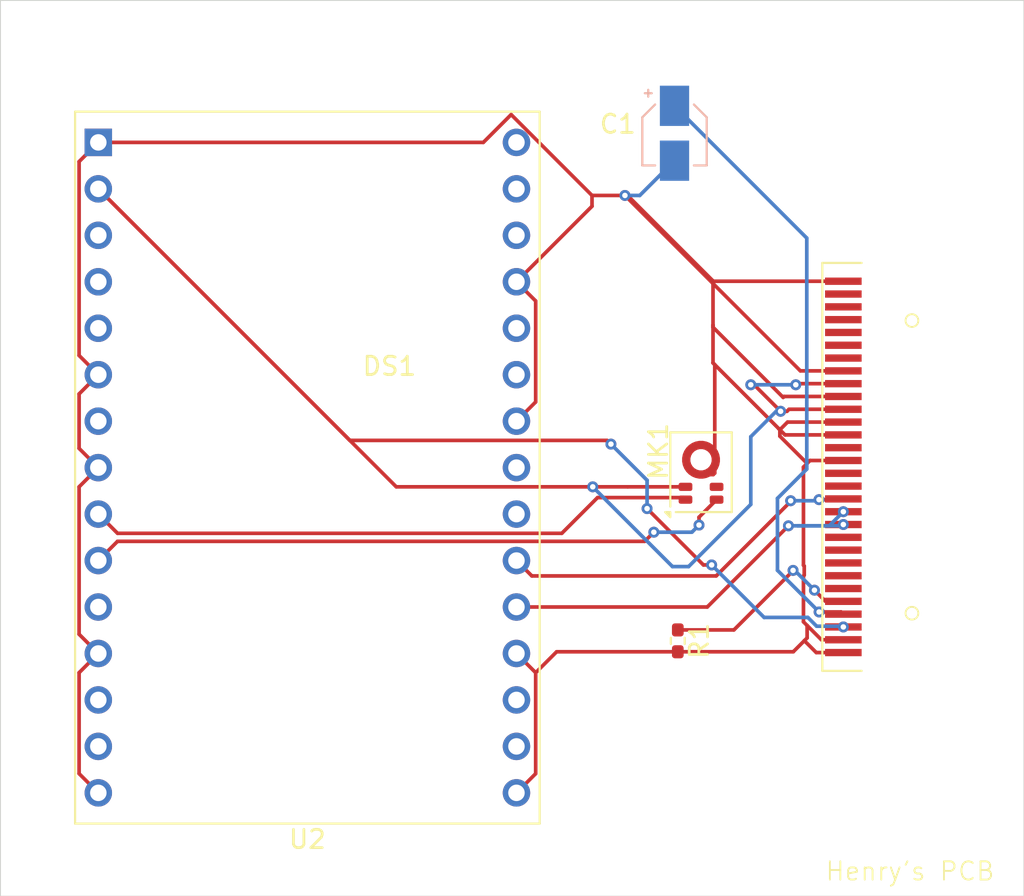
<source format=kicad_pcb>
(kicad_pcb (version 20241229) (generator "pcbnew") (generator_version "9.0")
  (layers (0 "F.Cu" signal) (2 "B.Cu" signal) (13 "F.Paste" user) (15 "B.Paste" user) (5 "F.SilkS" user "F.Silkscreen") (7 "B.SilkS" user "B.Silkscreen") (1 "F.Mask" user) (3 "B.Mask" user) (25 "Edge.Cuts" user))
  (net 0 "")
  (net 1 "Net-(DS1-BS1)")
  (net 2 "Net-(DS1-D0)")
  (net 5 "Net-(DS1-BS0)")
  (net 8 "Net-(DS1-D1)")
  (net 15 "Net-(DS1-IREF)")
  (net 20 "Net-(DS1-VCOMH)")
  (net 21 "Net-(MK1-DATA)")
  (net 23 "Net-(MK1-CLOCK)")
  (net 25 "Net-(U2-5V-Pad13)")
  (footprint "Display:OLED-128O064D" (layer "F.Cu") (at 137.07 72.41 -90)
    (property "Reference" "DS1" (at -5.505 24.815 0) (layer "F.SilkS"))
    (property "Value" "OLED-128O064D")
    (fp_line (start -11.15 1.15) (end 11.15 1.15) (stroke (width 0.12)) (layer "F.SilkS"))
    (fp_line (start 11.15 1.15) (end 11.15 -1) (stroke (width 0.12)) (layer "F.SilkS"))
    (fp_line (start -11.15 -1) (end -11.15 1.15) (stroke (width 0.12)) (layer "F.SilkS"))
    (fp_circle (center -8 -3.75) (end -7.65 -3.75) (stroke (width 0.1)) (fill no) (layer "F.SilkS"))
    (fp_circle (center 8 -3.75) (end 8.35 -3.75) (stroke (width 0.1)) (fill no) (layer "F.SilkS"))
    (pad "1" smd rect (at -10.15 0 270) (size 0.4 2) (layers "F.Cu" "F.Mask" "F.Paste") (net 5 "Net-(DS1-BS0)"))
    (pad "2" smd rect (at -9.45 0 270) (size 0.4 2) (layers "F.Cu" "F.Mask" "F.Paste"))
    (pad "3" smd rect (at -8.75 0 270) (size 0.4 2) (layers "F.Cu" "F.Mask" "F.Paste"))
    (pad "4" smd rect (at -8.05 0 270) (size 0.4 2) (layers "F.Cu" "F.Mask" "F.Paste"))
    (pad "5" smd rect (at -7.35 0 270) (size 0.4 2) (layers "F.Cu" "F.Mask" "F.Paste"))
    (pad "6" smd rect (at -6.65 0 270) (size 0.4 2) (layers "F.Cu" "F.Mask" "F.Paste"))
    (pad "7" smd rect (at -5.95 0 270) (size 0.4 2) (layers "F.Cu" "F.Mask" "F.Paste"))
    (pad "8" smd rect (at -5.25 0 270) (size 0.4 2) (layers "F.Cu" "F.Mask" "F.Paste") (net 5 "Net-(DS1-BS0)"))
    (pad "9" smd rect (at -4.55 0 270) (size 0.4 2) (layers "F.Cu" "F.Mask" "F.Paste") (net 1 "Net-(DS1-BS1)"))
    (pad "10" smd rect (at -3.85 0 270) (size 0.4 2) (layers "F.Cu" "F.Mask" "F.Paste") (net 5 "Net-(DS1-BS0)"))
    (pad "11" smd rect (at -3.15 0 270) (size 0.4 2) (layers "F.Cu" "F.Mask" "F.Paste") (net 1 "Net-(DS1-BS1)"))
    (pad "12" smd rect (at -2.45 0 270) (size 0.4 2) (layers "F.Cu" "F.Mask" "F.Paste") (net 5 "Net-(DS1-BS0)"))
    (pad "13" smd rect (at -1.75 0 270) (size 0.4 2) (layers "F.Cu" "F.Mask" "F.Paste") (net 5 "Net-(DS1-BS0)"))
    (pad "14" smd rect (at -1.05 0 270) (size 0.4 2) (layers "F.Cu" "F.Mask" "F.Paste"))
    (pad "15" smd rect (at -0.35 0 270) (size 0.4 2) (layers "F.Cu" "F.Mask" "F.Paste") (net 5 "Net-(DS1-BS0)"))
    (pad "16" smd rect (at 0.35 0 270) (size 0.4 2) (layers "F.Cu" "F.Mask" "F.Paste"))
    (pad "17" smd rect (at 1.05 0 270) (size 0.4 2) (layers "F.Cu" "F.Mask" "F.Paste"))
    (pad "18" smd rect (at 1.75 0 270) (size 0.4 2) (layers "F.Cu" "F.Mask" "F.Paste") (net 2 "Net-(DS1-D0)"))
    (pad "19" smd rect (at 2.45 0 270) (size 0.4 2) (layers "F.Cu" "F.Mask" "F.Paste") (net 8 "Net-(DS1-D1)"))
    (pad "20" smd rect (at 3.15 0 270) (size 0.4 2) (layers "F.Cu" "F.Mask" "F.Paste") (net 8 "Net-(DS1-D1)"))
    (pad "21" smd rect (at 3.85 0 270) (size 0.4 2) (layers "F.Cu" "F.Mask" "F.Paste"))
    (pad "22" smd rect (at 4.55 0 270) (size 0.4 2) (layers "F.Cu" "F.Mask" "F.Paste"))
    (pad "23" smd rect (at 5.25 0 270) (size 0.4 2) (layers "F.Cu" "F.Mask" "F.Paste"))
    (pad "24" smd rect (at 5.95 0 270) (size 0.4 2) (layers "F.Cu" "F.Mask" "F.Paste"))
    (pad "25" smd rect (at 6.65 0 270) (size 0.4 2) (layers "F.Cu" "F.Mask" "F.Paste"))
    (pad "26" smd rect (at 7.35 0 270) (size 0.4 2) (layers "F.Cu" "F.Mask" "F.Paste") (net 15 "Net-(DS1-IREF)"))
    (pad "27" smd rect (at 8.05 0 270) (size 0.4 2) (layers "F.Cu" "F.Mask" "F.Paste") (net 20 "Net-(DS1-VCOMH)"))
    (pad "28" smd rect (at 8.75 0 270) (size 0.4 2) (layers "F.Cu" "F.Mask" "F.Paste") (net 1 "Net-(DS1-BS1)"))
    (pad "29" smd rect (at 9.45 0 270) (size 0.4 2) (layers "F.Cu" "F.Mask" "F.Paste") (net 5 "Net-(DS1-BS0)"))
    (pad "30" smd rect (at 10.15 0 270) (size 0.4 2) (layers "F.Cu" "F.Mask" "F.Paste") (net 5 "Net-(DS1-BS0)"))
  )
  (footprint "Resistor_SMD:R_0402_1005Metric_Pad0.72x0.64mm_HandSolder" (layer "F.Cu") (at 128.02 81.92 -90)
    (property "Reference" "R1" (at 0 -1.17 90) (layer "F.SilkS"))
    (property "Value" "910 kΩ")
    (fp_line (start -0.167621 0.38) (end 0.167621 0.38) (stroke (width 0.12)) (layer "F.SilkS"))
    (fp_line (start -0.167621 -0.38) (end 0.167621 -0.38) (stroke (width 0.12)) (layer "F.SilkS"))
    (pad "1" smd roundrect (at -0.5975 0 270) (size 0.715 0.64) (layers "F.Cu" "F.Mask" "F.Paste") (net 15 "Net-(DS1-IREF)"))
    (pad "2" smd roundrect (at 0.5975 0 270) (size 0.715 0.64) (layers "F.Cu" "F.Mask" "F.Paste") (net 5 "Net-(DS1-BS0)"))
  )
  (footprint "Sensor_Audio:Infineon_PG-LLGA-5-2" (layer "F.Cu") (at 129.29 72.7 90)
    (property "Reference" "MK1" (at 1.14 -2.33 90) (layer "F.SilkS"))
    (property "Value" "IM69D120")
    (fp_line (start 2.18 -1.68) (end 2.18 1.68) (stroke (width 0.12)) (layer "F.SilkS"))
    (fp_line (start -1.88 -1.68) (end 2.18 -1.68) (stroke (width 0.12)) (layer "F.SilkS"))
    (fp_line (start -2.18 -1.38) (end -2.18 1.68) (stroke (width 0.12)) (layer "F.SilkS"))
    (fp_line (start -2.18 1.68) (end 2.18 1.68) (stroke (width 0.12)) (layer "F.SilkS"))
    (fp_poly (pts (xy -2.18 -1.68) (xy -2.46 -1.68) (xy -2.18 -1.96) (xy -2.18 -1.68)) (stroke (width 0.12)) (fill yes) (layer "F.SilkS"))
    (pad "" np_thru_hole circle (at 0.68 0 180) (size 0.8 0.8) (drill 0.8) (layers "*.Cu" "*.Mask"))
    (pad "1" smd roundrect (at -1.5 -0.85) (size 0.75 0.45) (layers "F.Cu" "F.Mask") (net 21 "Net-(MK1-DATA)"))
    (pad "2" smd roundrect (at -0.8 -0.85) (size 0.75 0.45) (layers "F.Cu" "F.Mask") (net 1 "Net-(DS1-BS1)"))
    (pad "3" smd roundrect (at -1.5 0.85) (size 0.75 0.45) (layers "F.Cu" "F.Mask") (net 23 "Net-(MK1-CLOCK)"))
    (pad "4" smd roundrect (at -0.8 0.85) (size 0.75 0.45) (layers "F.Cu" "F.Mask"))
    (pad "5" smd custom (at -0.13 0) (size 0.46 0.46) (layers "F.Cu" "F.Mask") (net 5 "Net-(DS1-BS0)") (options (clearance outline) (anchor circle)) (primitives (gr_circle (center 0 -0.81) (end 0.81 -0.81) (width 0.46) (fill no))))
  )
  (footprint "RF_Module:ESP32-C3-DevKitM-1" (layer "F.Cu") (at 96.34 54.67)
    (property "Reference" "U2" (at 11.43 38.1 0) (layer "F.SilkS"))
    (property "Value" "ESP32-C3-DevKitM-1")
    (fp_line (start -1.27 -1.68) (end 24.13 -1.68) (stroke (width 0.12)) (layer "F.SilkS"))
    (fp_line (start -1.27 37.24) (end -1.27 -1.68) (stroke (width 0.12)) (layer "F.SilkS"))
    (fp_line (start 24.13 -1.68) (end 24.13 37.24) (stroke (width 0.12)) (layer "F.SilkS"))
    (fp_line (start 24.13 37.24) (end -1.27 37.24) (stroke (width 0.12)) (layer "F.SilkS"))
    (pad "1" thru_hole rect (at 0 0) (size 1.5 1.5) (drill 0.9) (layers "*.Cu" "*.Mask") (net 5 "Net-(DS1-BS0)"))
    (pad "2" thru_hole circle (at 0 2.54) (size 1.5 1.5) (drill 0.9) (layers "*.Cu" "*.Mask") (net 1 "Net-(DS1-BS1)"))
    (pad "3" thru_hole circle (at 0 5.08) (size 1.5 1.5) (drill 0.9) (layers "*.Cu" "*.Mask") (net 1 "Net-(DS1-BS1)"))
    (pad "4" thru_hole circle (at 0 7.62) (size 1.5 1.5) (drill 0.9) (layers "*.Cu" "*.Mask"))
    (pad "5" thru_hole circle (at 0 10.16) (size 1.5 1.5) (drill 0.9) (layers "*.Cu" "*.Mask"))
    (pad "6" thru_hole circle (at 0 12.7) (size 1.5 1.5) (drill 0.9) (layers "*.Cu" "*.Mask") (net 5 "Net-(DS1-BS0)"))
    (pad "7" thru_hole circle (at 0 15.24) (size 1.5 1.5) (drill 0.9) (layers "*.Cu" "*.Mask"))
    (pad "8" thru_hole circle (at 0 17.78) (size 1.5 1.5) (drill 0.9) (layers "*.Cu" "*.Mask") (net 5 "Net-(DS1-BS0)"))
    (pad "9" thru_hole circle (at 0 20.32) (size 1.5 1.5) (drill 0.9) (layers "*.Cu" "*.Mask") (net 21 "Net-(MK1-DATA)"))
    (pad "10" thru_hole circle (at 0 22.86) (size 1.5 1.5) (drill 0.9) (layers "*.Cu" "*.Mask") (net 23 "Net-(MK1-CLOCK)"))
    (pad "11" thru_hole circle (at 0 25.4) (size 1.5 1.5) (drill 0.9) (layers "*.Cu" "*.Mask"))
    (pad "12" thru_hole circle (at 0 27.94) (size 1.5 1.5) (drill 0.9) (layers "*.Cu" "*.Mask") (net 5 "Net-(DS1-BS0)"))
    (pad "13" thru_hole circle (at 0 30.48) (size 1.5 1.5) (drill 0.9) (layers "*.Cu" "*.Mask") (net 25 "Net-(U2-5V-Pad13)"))
    (pad "14" thru_hole circle (at 0 33.02) (size 1.5 1.5) (drill 0.9) (layers "*.Cu" "*.Mask") (net 25 "Net-(U2-5V-Pad13)"))
    (pad "15" thru_hole circle (at 0 35.56) (size 1.5 1.5) (drill 0.9) (layers "*.Cu" "*.Mask") (net 5 "Net-(DS1-BS0)"))
    (pad "16" thru_hole circle (at 22.86 35.56) (size 1.5 1.5) (drill 0.9) (layers "*.Cu" "*.Mask") (net 5 "Net-(DS1-BS0)"))
    (pad "17" thru_hole circle (at 22.86 33.02) (size 1.5 1.5) (drill 0.9) (layers "*.Cu" "*.Mask"))
    (pad "18" thru_hole circle (at 22.86 30.48) (size 1.5 1.5) (drill 0.9) (layers "*.Cu" "*.Mask"))
    (pad "19" thru_hole circle (at 22.86 27.94) (size 1.5 1.5) (drill 0.9) (layers "*.Cu" "*.Mask") (net 5 "Net-(DS1-BS0)"))
    (pad "20" thru_hole circle (at 22.86 25.4) (size 1.5 1.5) (drill 0.9) (layers "*.Cu" "*.Mask") (net 8 "Net-(DS1-D1)"))
    (pad "21" thru_hole circle (at 22.86 22.86) (size 1.5 1.5) (drill 0.9) (layers "*.Cu" "*.Mask") (net 2 "Net-(DS1-D0)"))
    (pad "22" thru_hole circle (at 22.86 20.32) (size 1.5 1.5) (drill 0.9) (layers "*.Cu" "*.Mask"))
    (pad "23" thru_hole circle (at 22.86 17.78) (size 1.5 1.5) (drill 0.9) (layers "*.Cu" "*.Mask"))
    (pad "24" thru_hole circle (at 22.86 15.24) (size 1.5 1.5) (drill 0.9) (layers "*.Cu" "*.Mask") (net 5 "Net-(DS1-BS0)"))
    (pad "25" thru_hole circle (at 22.86 12.7) (size 1.5 1.5) (drill 0.9) (layers "*.Cu" "*.Mask"))
    (pad "26" thru_hole circle (at 22.86 10.16) (size 1.5 1.5) (drill 0.9) (layers "*.Cu" "*.Mask"))
    (pad "27" thru_hole circle (at 22.86 7.62) (size 1.5 1.5) (drill 0.9) (layers "*.Cu" "*.Mask") (net 5 "Net-(DS1-BS0)"))
    (pad "28" thru_hole circle (at 22.86 5.08) (size 1.5 1.5) (drill 0.9) (layers "*.Cu" "*.Mask"))
    (pad "29" thru_hole circle (at 22.86 2.54) (size 1.5 1.5) (drill 0.9) (layers "*.Cu" "*.Mask"))
    (pad "30" thru_hole circle (at 22.86 0) (size 1.5 1.5) (drill 0.9) (layers "*.Cu" "*.Mask") (net 5 "Net-(DS1-BS0)"))
  )
  (footprint "Capacitor_SMD:CP_Elec_3x5.3" (layer "B.Cu") (at 127.84 54.17 -90)
    (property "Reference" "C1" (at -0.5 3.1 0) (layer "F.SilkS"))
    (property "Value" "4.7µ")
    (fp_line (start -0.870563 1.76) (end 1.76 1.76) (stroke (width 0.12)) (layer "B.SilkS"))
    (fp_line (start 1.76 1.76) (end 1.76 1.06) (stroke (width 0.12)) (layer "B.SilkS"))
    (fp_line (start -2.1875 1.6225) (end -2.1875 1.2475) (stroke (width 0.12)) (layer "B.SilkS"))
    (fp_line (start -2.375 1.435) (end -2 1.435) (stroke (width 0.12)) (layer "B.SilkS"))
    (fp_line (start -1.570563 1.06) (end -0.870563 1.76) (stroke (width 0.12)) (layer "B.SilkS"))
    (fp_line (start -1.570563 -1.06) (end -0.870563 -1.76) (stroke (width 0.12)) (layer "B.SilkS"))
    (fp_line (start -0.870563 -1.76) (end 1.76 -1.76) (stroke (width 0.12)) (layer "B.SilkS"))
    (fp_line (start 1.76 -1.76) (end 1.76 -1.06) (stroke (width 0.12)) (layer "B.SilkS"))
    (pad "1" smd rect (at -1.5 0 270) (size 2.2 1.6) (layers "B.Cu" "B.Mask" "B.Paste") (net 20 "Net-(DS1-VCOMH)"))
    (pad "2" smd rect (at 1.5 0 270) (size 2.2 1.6) (layers "B.Cu" "B.Mask" "B.Paste") (net 5 "Net-(DS1-BS0)"))
  )
  (gr_rect (start 90.99 46.91) (end 146.94 95.88) (stroke (width 0.05)) (fill no) (layer "Edge.Cuts"))
  (gr_text "Henry's PCB" (at 136.03 95.1 0) (layer "F.SilkS") (effects (font (size 1 1) (thickness 0.1)) (justify left bottom)))
  (segment (start 133.99 69.37) (end 134.1 69.26) (width 0.2) (layer "F.Cu") (net 1))
  (segment (start 123.37 73.5) (end 125.28 73.5) (width 0.2) (layer "F.Cu") (net 1))
  (segment (start 110.091 70.961) (end 124.161 70.961) (width 0.2) (layer "F.Cu") (net 1))
  (segment (start 129.42 77.77) (end 126.34 74.69) (width 0.2) (layer "F.Cu") (net 1))
  (segment (start 125.28 73.5) (end 128.44 73.5) (width 0.2) (layer "F.Cu") (net 1))
  (segment (start 132.19 67.92) (end 132.01 67.92) (width 0.2) (layer "F.Cu") (net 1))
  (segment (start 133.64 69.37) (end 133.99 69.37) (width 0.2) (layer "F.Cu") (net 1))
  (segment (start 96.34 57.21) (end 112.63 73.5) (width 0.2) (layer "F.Cu") (net 1))
  (segment (start 134.53 67.86) (end 137.07 67.86) (width 0.2) (layer "F.Cu") (net 1))
  (segment (start 96.34 57.21) (end 110.091 70.961) (width 0.2) (layer "F.Cu") (net 1))
  (segment (start 133.64 69.37) (end 132.19 67.92) (width 0.2) (layer "F.Cu") (net 1))
  (segment (start 134.1 69.26) (end 137.07 69.26) (width 0.2) (layer "F.Cu") (net 1))
  (segment (start 134.47 67.92) (end 134.53 67.86) (width 0.2) (layer "F.Cu") (net 1))
  (segment (start 112.63 73.5) (end 123.37 73.5) (width 0.2) (layer "F.Cu") (net 1))
  (segment (start 129.87 77.77) (end 129.42 77.77) (width 0.2) (layer "F.Cu") (net 1))
  (via (at 129.87 77.77) (size 0.6) (drill 0.3) (layers "F.Cu" "B.Cu") (net 1))
  (via (at 123.37 73.5) (size 0.6) (drill 0.3) (layers "F.Cu" "B.Cu") (net 1))
  (via (at 133.64 69.37) (size 0.6) (drill 0.3) (layers "F.Cu" "B.Cu") (net 1))
  (via (at 132.01 67.92) (size 0.6) (drill 0.3) (layers "F.Cu" "B.Cu") (net 1))
  (via (at 124.365 71.165) (size 0.6) (drill 0.3) (layers "F.Cu" "B.Cu") (net 1))
  (via (at 126.34 74.69) (size 0.6) (drill 0.3) (layers "F.Cu" "B.Cu") (net 1))
  (via (at 134.47 67.92) (size 0.6) (drill 0.3) (layers "F.Cu" "B.Cu") (net 1))
  (via (at 137.07 81.16) (size 0.6) (drill 0.3) (layers "F.Cu" "B.Cu") (net 1))
  (segment (start 132.01 74.46) (end 128.61 77.86) (width 0.2) (layer "B.Cu") (net 1))
  (segment (start 135.13 80.64) (end 135.61 81.12) (width 0.2) (layer "B.Cu") (net 1))
  (segment (start 133.4 69.37) (end 133.64 69.37) (width 0.2) (layer "B.Cu") (net 1))
  (segment (start 134.43 67.88) (end 134.47 67.92) (width 0.2) (layer "B.Cu") (net 1))
  (segment (start 129.87 77.77) (end 132.74 80.64) (width 0.2) (layer "B.Cu") (net 1))
  (segment (start 132.01 70.76) (end 133.4 69.37) (width 0.2) (layer "B.Cu") (net 1))
  (segment (start 134.3 67.92) (end 134.34 67.88) (width 0.2) (layer "B.Cu") (net 1))
  (segment (start 126.34 74.69) (end 126.34 73.14) (width 0.2) (layer "B.Cu") (net 1))
  (segment (start 135.61 81.12) (end 137.03 81.12) (width 0.2) (layer "B.Cu") (net 1))
  (segment (start 132.01 70.76) (end 132.01 74.46) (width 0.2) (layer "B.Cu") (net 1))
  (segment (start 132.01 67.92) (end 134.3 67.92) (width 0.2) (layer "B.Cu") (net 1))
  (segment (start 128.61 77.86) (end 127.73 77.86) (width 0.2) (layer "B.Cu") (net 1))
  (segment (start 127.73 77.86) (end 123.37 73.5) (width 0.2) (layer "B.Cu") (net 1))
  (segment (start 137.03 81.12) (end 137.07 81.16) (width 0.2) (layer "B.Cu") (net 1))
  (segment (start 134.34 67.88) (end 134.43 67.88) (width 0.2) (layer "B.Cu") (net 1))
  (segment (start 126.34 73.14) (end 124.365 71.165) (width 0.2) (layer "B.Cu") (net 1))
  (segment (start 132.74 80.64) (end 135.13 80.64) (width 0.2) (layer "B.Cu") (net 1))
  (segment (start 119.2 77.53) (end 120.041 78.371) (width 0.2) (layer "F.Cu") (net 2))
  (segment (start 120.041 78.371) (end 130.118943 78.371) (width 0.2) (layer "F.Cu") (net 2))
  (segment (start 130.118943 78.371) (end 134.19 74.299943) (width 0.2) (layer "F.Cu") (net 2))
  (segment (start 137.03 74.2) (end 137.07 74.16) (width 0.2) (layer "F.Cu") (net 2))
  (segment (start 135.74 74.2) (end 137.03 74.2) (width 0.2) (layer "F.Cu") (net 2))
  (segment (start 134.19 74.299943) (end 134.19 74.26) (width 0.2) (layer "F.Cu") (net 2))
  (via (at 135.74 74.2) (size 0.6) (drill 0.3) (layers "F.Cu" "B.Cu") (net 2))
  (via (at 134.19 74.26) (size 0.6) (drill 0.3) (layers "F.Cu" "B.Cu") (net 2))
  (segment (start 134.19 74.26) (end 135.68 74.26) (width 0.2) (layer "B.Cu") (net 2))
  (segment (start 135.68 74.26) (end 135.74 74.2) (width 0.2) (layer "B.Cu") (net 2))
  (segment (start 125.13 57.57) (end 125.27 57.57) (width 0.2) (layer "F.Cu") (net 5))
  (segment (start 133.6 70.38) (end 134.02 69.96) (width 0.2) (layer "F.Cu") (net 5))
  (segment (start 95.289 68.421) (end 96.34 67.37) (width 0.2) (layer "F.Cu") (net 5))
  (segment (start 134.89 80.88) (end 135.09 81.08) (width 0.2) (layer "F.Cu") (net 5))
  (segment (start 129.96 62.26) (end 137.07 62.26) (width 0.2) (layer "F.Cu") (net 5))
  (segment (start 133.53 70.31) (end 133.88 70.66) (width 0.2) (layer "F.Cu") (net 5))
  (segment (start 129.957854 72.83) (end 129.29 72.83) (width 0.2) (layer "F.Cu") (net 5))
  (segment (start 120.251 68.859) (end 120.251 63.341) (width 0.2) (layer "F.Cu") (net 5))
  (segment (start 130.041 66.821) (end 130.041 72.746854) (width 0.2) (layer "F.Cu") (net 5))
  (segment (start 125.27 57.57) (end 129.96 62.26) (width 0.2) (layer "F.Cu") (net 5))
  (segment (start 134.94 81.91) (end 135.09 81.76) (width 0.2) (layer "F.Cu") (net 5))
  (segment (start 95.289 81.559) (end 95.289 73.501) (width 0.2) (layer "F.Cu") (net 5))
  (segment (start 128.02 82.5175) (end 121.3945 82.5175) (width 0.2) (layer "F.Cu") (net 5))
  (segment (start 133.6 70.73) (end 135.09 72.22) (width 0.2) (layer "F.Cu") (net 5))
  (segment (start 134.02 69.96) (end 137.07 69.96) (width 0.2) (layer "F.Cu") (net 5))
  (segment (start 135.09 72.22) (end 135.25 72.06) (width 0.2) (layer "F.Cu") (net 5))
  (segment (start 123.33 57.57) (end 125.13 57.57) (width 0.2) (layer "F.Cu") (net 5))
  (segment (start 134.94 81.91) (end 134.3325 82.5175) (width 0.2) (layer "F.Cu") (net 5))
  (segment (start 133.78 68.61) (end 133.83 68.56) (width 0.2) (layer "F.Cu") (net 5))
  (segment (start 133.83 68.56) (end 137.07 68.56) (width 0.2) (layer "F.Cu") (net 5))
  (segment (start 129.945 66.725) (end 133.53 70.31) (width 0.2) (layer "F.Cu") (net 5))
  (segment (start 134.89 77.786419) (end 134.932819 77.829238) (width 0.2) (layer "F.Cu") (net 5))
  (segment (start 96.34 82.61) (end 95.289 81.559) (width 0.2) (layer "F.Cu") (net 5))
  (segment (start 119.2 69.91) (end 120.251 68.859) (width 0.2) (layer "F.Cu") (net 5))
  (segment (start 95.289 55.721) (end 96.34 54.67) (width 0.2) (layer "F.Cu") (net 5))
  (segment (start 134.89 72.42) (end 134.89 77.786419) (width 0.2) (layer "F.Cu") (net 5))
  (segment (start 135.09 81.08) (end 135.87 81.86) (width 0.2) (layer "F.Cu") (net 5))
  (segment (start 135.59 82.56) (end 134.94 81.91) (width 0.2) (layer "F.Cu") (net 5))
  (segment (start 118.91 53.15) (end 123.33 57.57) (width 0.2) (layer "F.Cu") (net 5))
  (segment (start 135.09 72.22) (end 134.89 72.42) (width 0.2) (layer "F.Cu") (net 5))
  (segment (start 134.932819 77.829238) (end 134.932819 78.327124) (width 0.2) (layer "F.Cu") (net 5))
  (segment (start 129.945 66.725) (end 130.041 66.821) (width 0.2) (layer "F.Cu") (net 5))
  (segment (start 95.289 73.501) (end 96.34 72.45) (width 0.2) (layer "F.Cu") (net 5))
  (segment (start 123.33 58.16) (end 123.33 57.57) (width 0.2) (layer "F.Cu") (net 5))
  (segment (start 125.13 57.57) (end 129.945 62.385) (width 0.2) (layer "F.Cu") (net 5))
  (segment (start 121.3945 82.5175) (end 120.251 83.661) (width 0.2) (layer "F.Cu") (net 5))
  (segment (start 129.945 62.385) (end 129.945 64.66) (width 0.2) (layer "F.Cu") (net 5))
  (segment (start 133.53 70.31) (end 133.6 70.38) (width 0.2) (layer "F.Cu") (net 5))
  (segment (start 119.2 90.23) (end 120.251 89.179) (width 0.2) (layer "F.Cu") (net 5))
  (segment (start 135.09 81.76) (end 135.09 81.08) (width 0.2) (layer "F.Cu") (net 5))
  (segment (start 96.34 67.37) (end 95.289 66.319) (width 0.2) (layer "F.Cu") (net 5))
  (segment (start 134.932819 78.327124) (end 134.89 78.369943) (width 0.2) (layer "F.Cu") (net 5))
  (segment (start 129.945 64.66) (end 129.945 66.725) (width 0.2) (layer "F.Cu") (net 5))
  (segment (start 129.945 64.66) (end 129.945 64.775) (width 0.2) (layer "F.Cu") (net 5))
  (segment (start 119.2 62.29) (end 123.33 58.16) (width 0.2) (layer "F.Cu") (net 5))
  (segment (start 134.72 67.16) (end 137.07 67.16) (width 0.2) (layer "F.Cu") (net 5))
  (segment (start 95.289 71.399) (end 95.289 68.421) (width 0.2) (layer "F.Cu") (net 5))
  (segment (start 120.251 63.341) (end 119.2 62.29) (width 0.2) (layer "F.Cu") (net 5))
  (segment (start 129.945 62.385) (end 134.72 67.16) (width 0.2) (layer "F.Cu") (net 5))
  (segment (start 120.251 89.179) (end 120.251 83.661) (width 0.2) (layer "F.Cu") (net 5))
  (segment (start 95.289 89.179) (end 95.289 83.661) (width 0.2) (layer "F.Cu") (net 5))
  (segment (start 117.39 54.67) (end 118.91 53.15) (width 0.2) (layer "F.Cu") (net 5))
  (segment (start 129.945 64.775) (end 133.78 68.61) (width 0.2) (layer "F.Cu") (net 5))
  (segment (start 120.251 83.661) (end 119.2 82.61) (width 0.2) (layer "F.Cu") (net 5))
  (segment (start 133.6 70.38) (end 133.6 70.73) (width 0.2) (layer "F.Cu") (net 5))
  (segment (start 95.289 66.319) (end 95.289 55.721) (width 0.2) (layer "F.Cu") (net 5))
  (segment (start 137.07 82.56) (end 135.59 82.56) (width 0.2) (layer "F.Cu") (net 5))
  (segment (start 135.25 72.06) (end 137.07 72.06) (width 0.2) (layer "F.Cu") (net 5))
  (segment (start 96.34 72.45) (end 95.289 71.399) (width 0.2) (layer "F.Cu") (net 5))
  (segment (start 134.3325 82.5175) (end 128.02 82.5175) (width 0.2) (layer "F.Cu") (net 5))
  (segment (start 134.89 78.369943) (end 134.89 80.88) (width 0.2) (layer "F.Cu") (net 5))
  (segment (start 96.34 54.67) (end 117.39 54.67) (width 0.2) (layer "F.Cu") (net 5))
  (segment (start 130.041 72.746854) (end 129.957854 72.83) (width 0.2) (layer "F.Cu") (net 5))
  (segment (start 96.34 90.23) (end 95.289 89.179) (width 0.2) (layer "F.Cu") (net 5))
  (segment (start 133.88 70.66) (end 137.07 70.66) (width 0.2) (layer "F.Cu") (net 5))
  (segment (start 135.87 81.86) (end 137.07 81.86) (width 0.2) (layer "F.Cu") (net 5))
  (segment (start 95.289 83.661) (end 96.34 82.61) (width 0.2) (layer "F.Cu") (net 5))
  (via (at 125.13 57.57) (size 0.6) (drill 0.3) (layers "F.Cu" "B.Cu") (net 5))
  (segment (start 125.13 57.57) (end 125.94 57.57) (width 0.2) (layer "B.Cu") (net 5))
  (segment (start 125.94 57.57) (end 127.84 55.67) (width 0.2) (layer "B.Cu") (net 5))
  (segment (start 129.63 80.07) (end 134.07 75.63) (width 0.2) (layer "F.Cu") (net 8))
  (segment (start 119.2 80.07) (end 129.63 80.07) (width 0.2) (layer "F.Cu") (net 8))
  (via (at 137.07 75.56) (size 0.6) (drill 0.3) (layers "F.Cu" "B.Cu") (net 8))
  (via (at 137.07 74.86) (size 0.6) (drill 0.3) (layers "F.Cu" "B.Cu") (net 8))
  (via (at 134.07 75.63) (size 0.6) (drill 0.3) (layers "F.Cu" "B.Cu") (net 8))
  (segment (start 136.3 75.63) (end 137.07 74.86) (width 0.2) (layer "B.Cu") (net 8))
  (segment (start 137 75.63) (end 137.07 75.56) (width 0.2) (layer "B.Cu") (net 8))
  (segment (start 134.57 75.63) (end 136.3 75.63) (width 0.2) (layer "B.Cu") (net 8))
  (segment (start 134.57 75.63) (end 137 75.63) (width 0.2) (layer "B.Cu") (net 8))
  (segment (start 134.07 75.63) (end 134.57 75.63) (width 0.2) (layer "B.Cu") (net 8))
  (segment (start 128.02 81.3225) (end 131.0875 81.3225) (width 0.2) (layer "F.Cu") (net 15))
  (segment (start 131.0875 81.3225) (end 134.331819 78.078181) (width 0.2) (layer "F.Cu") (net 15))
  (segment (start 135.49 79.15) (end 136.1 79.76) (width 0.2) (layer "F.Cu") (net 15))
  (segment (start 134.331819 78.078181) (end 134.321819 78.068181) (width 0.2) (layer "F.Cu") (net 15))
  (segment (start 136.1 79.76) (end 137.07 79.76) (width 0.2) (layer "F.Cu") (net 15))
  (via (at 134.321819 78.068181) (size 0.6) (drill 0.3) (layers "F.Cu" "B.Cu") (net 15))
  (via (at 135.49 79.15) (size 0.6) (drill 0.3) (layers "F.Cu" "B.Cu") (net 15))
  (segment (start 134.408181 78.068181) (end 135.49 79.15) (width 0.2) (layer "B.Cu") (net 15))
  (segment (start 134.321819 78.068181) (end 134.408181 78.068181) (width 0.2) (layer "B.Cu") (net 15))
  (segment (start 135.745526 80.340418) (end 136.950418 80.340418) (width 0.2) (layer "F.Cu") (net 20))
  (segment (start 136.950418 80.340418) (end 137.07 80.46) (width 0.2) (layer "F.Cu") (net 20))
  (via (at 135.745526 80.340418) (size 0.6) (drill 0.3) (layers "F.Cu" "B.Cu") (net 20))
  (segment (start 135.071 59.901) (end 135.071 72.529057) (width 0.2) (layer "B.Cu") (net 20))
  (segment (start 127.84 52.67) (end 135.071 59.901) (width 0.2) (layer "B.Cu") (net 20))
  (segment (start 133.469 78.063892) (end 135.745526 80.340418) (width 0.2) (layer "B.Cu") (net 20))
  (segment (start 135.071 72.529057) (end 133.469 74.131057) (width 0.2) (layer "B.Cu") (net 20))
  (segment (start 133.469 74.131057) (end 133.469 78.063892) (width 0.2) (layer "B.Cu") (net 20))
  (segment (start 128.44 74.2) (end 128.329 74.089) (width 0.2) (layer "F.Cu") (net 21))
  (segment (start 128.329 74.089) (end 123.630943 74.089) (width 0.2) (layer "F.Cu") (net 21))
  (segment (start 121.678943 76.041) (end 97.391 76.041) (width 0.2) (layer "F.Cu") (net 21))
  (segment (start 123.630943 74.089) (end 121.678943 76.041) (width 0.2) (layer "F.Cu") (net 21))
  (segment (start 97.391 76.041) (end 96.34 74.99) (width 0.2) (layer "F.Cu") (net 21))
  (segment (start 97.391 76.479) (end 126.211 76.479) (width 0.2) (layer "F.Cu") (net 23))
  (segment (start 129.18 75.16) (end 130.14 74.2) (width 0.2) (layer "F.Cu") (net 23))
  (segment (start 129.18 75.59) (end 129.18 75.16) (width 0.2) (layer "F.Cu") (net 23))
  (segment (start 126.211 76.479) (end 126.71 75.98) (width 0.2) (layer "F.Cu") (net 23))
  (segment (start 96.34 77.53) (end 97.391 76.479) (width 0.2) (layer "F.Cu") (net 23))
  (via (at 126.71 75.98) (size 0.6) (drill 0.3) (layers "F.Cu" "B.Cu") (net 23))
  (via (at 129.18 75.59) (size 0.6) (drill 0.3) (layers "F.Cu" "B.Cu") (net 23))
  (segment (start 128.79 75.98) (end 129.18 75.59) (width 0.2) (layer "B.Cu") (net 23))
  (segment (start 126.71 75.98) (end 128.79 75.98) (width 0.2) (layer "B.Cu") (net 23))
)
</source>
